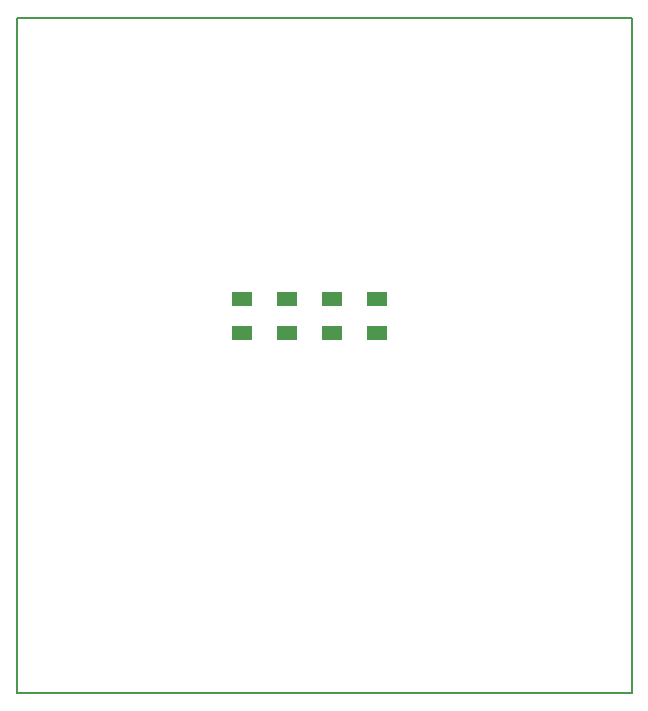
<source format=gbr>
G04 PROTEUS GERBER X2 FILE*
%TF.GenerationSoftware,Labcenter,Proteus,8.13-SP0-Build31525*%
%TF.CreationDate,2022-02-01T17:21:53+00:00*%
%TF.FileFunction,Paste,Top*%
%TF.FilePolarity,Positive*%
%TF.Part,Single*%
%TF.SameCoordinates,{1f8d9942-98d1-49a5-8421-286161f785e5}*%
%FSLAX45Y45*%
%MOMM*%
G01*
%TA.AperFunction,Material*%
%ADD24R,1.803400X1.143000*%
%TA.AperFunction,Profile*%
%ADD17C,0.203200*%
%TD.AperFunction*%
D24*
X-11430000Y+635000D03*
X-11430000Y+925000D03*
X-11049000Y+635000D03*
X-11049000Y+925000D03*
X-10668000Y+635000D03*
X-10668000Y+925000D03*
X-11811000Y+635000D03*
X-11811000Y+925000D03*
D17*
X-13716000Y-2413000D02*
X-8509000Y-2413000D01*
X-8509000Y+3302000D01*
X-13716000Y+3302000D01*
X-13716000Y-2413000D01*
M02*

</source>
